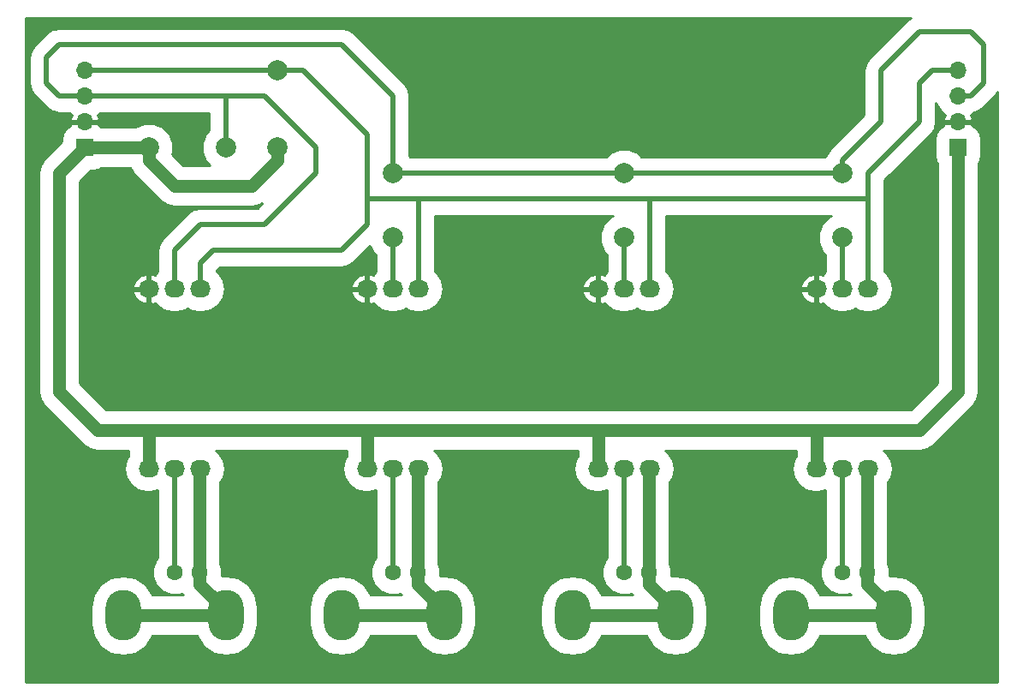
<source format=gbr>
G04 #@! TF.FileFunction,Copper,L2,Bot,Signal*
%FSLAX46Y46*%
G04 Gerber Fmt 4.6, Leading zero omitted, Abs format (unit mm)*
G04 Created by KiCad (PCBNEW 4.0.4-stable) date Tuesday, January 31, 2017 'AMt' 11:40:29 AM*
%MOMM*%
%LPD*%
G01*
G04 APERTURE LIST*
%ADD10C,0.100000*%
%ADD11O,3.500120X5.001260*%
%ADD12C,1.600200*%
%ADD13C,1.998980*%
%ADD14O,2.032000X1.727200*%
%ADD15C,2.000000*%
%ADD16R,1.700000X1.700000*%
%ADD17O,1.700000X1.700000*%
%ADD18C,1.270000*%
%ADD19C,0.508000*%
%ADD20C,0.254000*%
G04 APERTURE END LIST*
D10*
D11*
X132097780Y-150393400D03*
X121899680Y-150393400D03*
D12*
X127000000Y-146128740D03*
X129499360Y-146128740D03*
D11*
X109237780Y-150393400D03*
X99039680Y-150393400D03*
D12*
X104140000Y-146128740D03*
X106639360Y-146128740D03*
D11*
X87647780Y-150393400D03*
X77449680Y-150393400D03*
D12*
X82550000Y-146128740D03*
X85049360Y-146128740D03*
D11*
X153687780Y-150393400D03*
X143489680Y-150393400D03*
D12*
X148590000Y-146128740D03*
X151089360Y-146128740D03*
D13*
X87630000Y-104140000D03*
X80010000Y-104140000D03*
X92710000Y-96520000D03*
X92710000Y-104140000D03*
D14*
X124460000Y-118110000D03*
X129540000Y-118110000D03*
X127000000Y-118110000D03*
X127000000Y-135890000D03*
X124460000Y-135890000D03*
X129540000Y-135890000D03*
X101600000Y-118110000D03*
X106680000Y-118110000D03*
X104140000Y-118110000D03*
X104140000Y-135890000D03*
X101600000Y-135890000D03*
X106680000Y-135890000D03*
X80010000Y-118110000D03*
X85090000Y-118110000D03*
X82550000Y-118110000D03*
X82550000Y-135890000D03*
X80010000Y-135890000D03*
X85090000Y-135890000D03*
X146050000Y-118110000D03*
X151130000Y-118110000D03*
X148590000Y-118110000D03*
X148590000Y-135890000D03*
X146050000Y-135890000D03*
X151130000Y-135890000D03*
D15*
X127000000Y-113030000D03*
X127000000Y-106680000D03*
X104140000Y-113030000D03*
X104140000Y-106680000D03*
X148590000Y-113030000D03*
X148590000Y-106680000D03*
D16*
X73660000Y-104140000D03*
D17*
X73660000Y-101600000D03*
X73660000Y-99060000D03*
X73660000Y-96520000D03*
D16*
X160020000Y-104140000D03*
D17*
X160020000Y-101600000D03*
X160020000Y-99060000D03*
X160020000Y-96520000D03*
D18*
X129499360Y-146128740D02*
X129499360Y-135930640D01*
X129499360Y-135930640D02*
X129540000Y-135890000D01*
X132097780Y-150393400D02*
X132097780Y-149877780D01*
X132097780Y-149877780D02*
X129499360Y-147279360D01*
X129499360Y-147279360D02*
X129499360Y-146128740D01*
X121899680Y-150393400D02*
X132097780Y-150393400D01*
D19*
X127000000Y-146128740D02*
X127000000Y-135890000D01*
D18*
X106639360Y-146128740D02*
X106639360Y-135930640D01*
X106639360Y-135930640D02*
X106680000Y-135890000D01*
X109237780Y-150393400D02*
X109237780Y-149877780D01*
X109237780Y-149877780D02*
X106639360Y-147279360D01*
X106639360Y-147279360D02*
X106639360Y-146128740D01*
X99039680Y-150393400D02*
X109237780Y-150393400D01*
D19*
X104140000Y-146128740D02*
X104140000Y-135890000D01*
D18*
X85049360Y-146128740D02*
X85049360Y-135930640D01*
X85049360Y-135930640D02*
X85090000Y-135890000D01*
X87647780Y-150393400D02*
X87647780Y-149877780D01*
X87647780Y-149877780D02*
X85049360Y-147279360D01*
X85049360Y-147279360D02*
X85049360Y-146128740D01*
X77449680Y-150393400D02*
X87647780Y-150393400D01*
D19*
X82550000Y-146128740D02*
X82550000Y-135890000D01*
D18*
X151089360Y-146128740D02*
X151089360Y-135930640D01*
X151089360Y-135930640D02*
X151130000Y-135890000D01*
X153687780Y-150393400D02*
X153687780Y-149877780D01*
X153687780Y-149877780D02*
X151089360Y-147279360D01*
X151089360Y-147279360D02*
X151089360Y-146128740D01*
X143489680Y-150393400D02*
X153687780Y-150393400D01*
D19*
X148590000Y-146128740D02*
X148590000Y-135890000D01*
X101600000Y-102870000D02*
X101600000Y-109220000D01*
X99060000Y-100330000D02*
X101600000Y-102870000D01*
X95250000Y-96520000D02*
X99060000Y-100330000D01*
X92710000Y-96520000D02*
X95250000Y-96520000D01*
X85090000Y-118110000D02*
X85090000Y-115570000D01*
X85090000Y-115570000D02*
X86360000Y-114300000D01*
X86360000Y-114300000D02*
X99060000Y-114300000D01*
X99060000Y-114300000D02*
X101600000Y-111760000D01*
X101600000Y-111760000D02*
X101600000Y-109220000D01*
X73660000Y-96520000D02*
X92710000Y-96520000D01*
X102870000Y-109220000D02*
X101600000Y-109220000D01*
X106680000Y-109220000D02*
X105410000Y-109220000D01*
X102870000Y-109220000D02*
X105410000Y-109220000D01*
X151130000Y-109220000D02*
X151130000Y-106680000D01*
X157480000Y-96520000D02*
X160020000Y-96520000D01*
X156210000Y-97790000D02*
X157480000Y-96520000D01*
X156210000Y-101600000D02*
X156210000Y-97790000D01*
X151130000Y-106680000D02*
X156210000Y-101600000D01*
X151130000Y-118110000D02*
X151130000Y-109220000D01*
X151130000Y-109220000D02*
X129540000Y-109220000D01*
X106680000Y-109220000D02*
X129540000Y-109220000D01*
X129540000Y-109220000D02*
X129540000Y-118110000D01*
X106680000Y-109220000D02*
X106680000Y-110490000D01*
X106680000Y-118110000D02*
X106680000Y-110490000D01*
X127000000Y-118110000D02*
X127000000Y-113030000D01*
D18*
X80010000Y-104140000D02*
X80010000Y-105410000D01*
X92710000Y-105410000D02*
X92710000Y-104140000D01*
X90170000Y-107950000D02*
X92710000Y-105410000D01*
X82550000Y-107950000D02*
X90170000Y-107950000D01*
X80010000Y-105410000D02*
X82550000Y-107950000D01*
X73660000Y-104140000D02*
X80010000Y-104140000D01*
X146050000Y-132080000D02*
X156210000Y-132080000D01*
X160020000Y-128270000D02*
X160020000Y-104140000D01*
X156210000Y-132080000D02*
X160020000Y-128270000D01*
X80010000Y-132080000D02*
X74930000Y-132080000D01*
X71120000Y-106680000D02*
X73660000Y-104140000D01*
X71120000Y-128270000D02*
X71120000Y-106680000D01*
X74930000Y-132080000D02*
X71120000Y-128270000D01*
X101600000Y-135890000D02*
X101600000Y-132080000D01*
X124460000Y-135890000D02*
X124460000Y-132080000D01*
X80010000Y-135890000D02*
X80010000Y-132080000D01*
X146050000Y-132080000D02*
X146050000Y-135890000D01*
X80010000Y-132080000D02*
X101600000Y-132080000D01*
X101600000Y-132080000D02*
X124460000Y-132080000D01*
X124460000Y-132080000D02*
X146050000Y-132080000D01*
D19*
X104140000Y-118110000D02*
X104140000Y-113030000D01*
X148590000Y-118110000D02*
X148590000Y-113030000D01*
X104140000Y-106680000D02*
X104140000Y-99060000D01*
X104140000Y-99060000D02*
X99060000Y-93980000D01*
X87630000Y-99060000D02*
X87630000Y-104140000D01*
X83820000Y-99060000D02*
X87630000Y-99060000D01*
X87630000Y-99060000D02*
X91440000Y-99060000D01*
X82550000Y-114300000D02*
X82550000Y-118110000D01*
X85090000Y-111760000D02*
X82550000Y-114300000D01*
X91440000Y-111760000D02*
X85090000Y-111760000D01*
X96520000Y-106680000D02*
X91440000Y-111760000D01*
X96520000Y-104140000D02*
X96520000Y-106680000D01*
X91440000Y-99060000D02*
X96520000Y-104140000D01*
X73660000Y-99060000D02*
X83820000Y-99060000D01*
X148590000Y-106680000D02*
X148590000Y-105410000D01*
X161290000Y-99060000D02*
X160020000Y-99060000D01*
X162560000Y-97790000D02*
X161290000Y-99060000D01*
X162560000Y-93980000D02*
X162560000Y-97790000D01*
X161290000Y-92710000D02*
X162560000Y-93980000D01*
X156210000Y-92710000D02*
X161290000Y-92710000D01*
X152400000Y-96520000D02*
X156210000Y-92710000D01*
X152400000Y-101600000D02*
X152400000Y-96520000D01*
X148590000Y-105410000D02*
X152400000Y-101600000D01*
X127000000Y-106680000D02*
X148590000Y-106680000D01*
X104140000Y-106680000D02*
X127000000Y-106680000D01*
X71120000Y-99060000D02*
X73660000Y-99060000D01*
X69850000Y-97790000D02*
X71120000Y-99060000D01*
X69850000Y-95250000D02*
X69850000Y-97790000D01*
X71120000Y-93980000D02*
X69850000Y-95250000D01*
X99060000Y-93980000D02*
X71120000Y-93980000D01*
D20*
G36*
X155042567Y-91542566D02*
X151232567Y-95352567D01*
X150874675Y-95888189D01*
X150799787Y-96264675D01*
X150749000Y-96520000D01*
X150749000Y-100916133D01*
X147422567Y-104242567D01*
X147064675Y-104778189D01*
X147064675Y-104778190D01*
X147055353Y-104825055D01*
X146851052Y-105029000D01*
X128738795Y-105029000D01*
X128359564Y-104649107D01*
X127478885Y-104283417D01*
X126525299Y-104282585D01*
X125643982Y-104646737D01*
X125261052Y-105029000D01*
X105878795Y-105029000D01*
X105791000Y-104941052D01*
X105791000Y-99060000D01*
X105665325Y-98428190D01*
X105307433Y-97892567D01*
X100227433Y-92812567D01*
X99691811Y-92454675D01*
X99060000Y-92329000D01*
X71120000Y-92329000D01*
X70593013Y-92433824D01*
X70488189Y-92454675D01*
X69952567Y-92812567D01*
X68682567Y-94082567D01*
X68324675Y-94618189D01*
X68262427Y-94931131D01*
X68199000Y-95250000D01*
X68199000Y-97790000D01*
X68324675Y-98421811D01*
X68682567Y-98957433D01*
X69952567Y-100227433D01*
X70488189Y-100585325D01*
X70593013Y-100606176D01*
X71120000Y-100711000D01*
X72120096Y-100711000D01*
X72369809Y-100877853D01*
X72218524Y-101243110D01*
X72339845Y-101473000D01*
X73533000Y-101473000D01*
X73533000Y-101453000D01*
X73787000Y-101453000D01*
X73787000Y-101473000D01*
X74980155Y-101473000D01*
X75101476Y-101243110D01*
X74950191Y-100877853D01*
X75199904Y-100711000D01*
X85979000Y-100711000D01*
X85979000Y-102401926D01*
X85599539Y-102780725D01*
X85233927Y-103661217D01*
X85233095Y-104614600D01*
X85597170Y-105495729D01*
X86018704Y-105918000D01*
X83391682Y-105918000D01*
X82314059Y-104840377D01*
X82406073Y-104618783D01*
X82406905Y-103665400D01*
X82042830Y-102784271D01*
X81369275Y-102109539D01*
X80488783Y-101743927D01*
X79535400Y-101743095D01*
X78654271Y-102107170D01*
X78653440Y-102108000D01*
X75254637Y-102108000D01*
X75086478Y-101993102D01*
X75101476Y-101956890D01*
X74980155Y-101727000D01*
X73787000Y-101727000D01*
X73787000Y-101747000D01*
X73533000Y-101747000D01*
X73533000Y-101727000D01*
X72339845Y-101727000D01*
X72218524Y-101956890D01*
X72236062Y-101999233D01*
X71816830Y-102269002D01*
X71497852Y-102735841D01*
X71385632Y-103290000D01*
X71385632Y-103540686D01*
X69683159Y-105243159D01*
X69242677Y-105902387D01*
X69088000Y-106680000D01*
X69088000Y-128270000D01*
X69242677Y-129047613D01*
X69683159Y-129706841D01*
X73493159Y-133516841D01*
X74152387Y-133957323D01*
X74930000Y-134112000D01*
X77978000Y-134112000D01*
X77978000Y-134641482D01*
X77721805Y-135024906D01*
X77549727Y-135890000D01*
X77721805Y-136755094D01*
X78211841Y-137488486D01*
X78945233Y-137978522D01*
X79810327Y-138150600D01*
X80209673Y-138150600D01*
X80899000Y-138013484D01*
X80899000Y-144672400D01*
X80688475Y-144882558D01*
X80353282Y-145689792D01*
X80352519Y-146563853D01*
X80686303Y-147371671D01*
X81303818Y-147990265D01*
X82111052Y-148325458D01*
X82985113Y-148326221D01*
X83272578Y-148207443D01*
X83375449Y-148361400D01*
X80356688Y-148361400D01*
X79674987Y-147341164D01*
X78654008Y-146658967D01*
X77449680Y-146419411D01*
X76245352Y-146658967D01*
X75224373Y-147341164D01*
X74542176Y-148362143D01*
X74302620Y-149566471D01*
X74302620Y-151220329D01*
X74542176Y-152424657D01*
X75224373Y-153445636D01*
X76245352Y-154127833D01*
X77449680Y-154367389D01*
X78654008Y-154127833D01*
X79674987Y-153445636D01*
X80356688Y-152425400D01*
X84740772Y-152425400D01*
X85422473Y-153445636D01*
X86443452Y-154127833D01*
X87647780Y-154367389D01*
X88852108Y-154127833D01*
X89873087Y-153445636D01*
X90555284Y-152424657D01*
X90794840Y-151220329D01*
X90794840Y-149566471D01*
X90555284Y-148362143D01*
X89873087Y-147341164D01*
X88852108Y-146658967D01*
X87647780Y-146419411D01*
X87246138Y-146499303D01*
X87246841Y-145693627D01*
X87081360Y-145293133D01*
X87081360Y-137199340D01*
X87378195Y-136755094D01*
X87550273Y-135890000D01*
X87378195Y-135024906D01*
X86888159Y-134291514D01*
X86619497Y-134112000D01*
X99568000Y-134112000D01*
X99568000Y-134641482D01*
X99311805Y-135024906D01*
X99139727Y-135890000D01*
X99311805Y-136755094D01*
X99801841Y-137488486D01*
X100535233Y-137978522D01*
X101400327Y-138150600D01*
X101799673Y-138150600D01*
X102489000Y-138013484D01*
X102489000Y-144672400D01*
X102278475Y-144882558D01*
X101943282Y-145689792D01*
X101942519Y-146563853D01*
X102276303Y-147371671D01*
X102893818Y-147990265D01*
X103701052Y-148325458D01*
X104575113Y-148326221D01*
X104862578Y-148207443D01*
X104965449Y-148361400D01*
X101946688Y-148361400D01*
X101264987Y-147341164D01*
X100244008Y-146658967D01*
X99039680Y-146419411D01*
X97835352Y-146658967D01*
X96814373Y-147341164D01*
X96132176Y-148362143D01*
X95892620Y-149566471D01*
X95892620Y-151220329D01*
X96132176Y-152424657D01*
X96814373Y-153445636D01*
X97835352Y-154127833D01*
X99039680Y-154367389D01*
X100244008Y-154127833D01*
X101264987Y-153445636D01*
X101946688Y-152425400D01*
X106330772Y-152425400D01*
X107012473Y-153445636D01*
X108033452Y-154127833D01*
X109237780Y-154367389D01*
X110442108Y-154127833D01*
X111463087Y-153445636D01*
X112145284Y-152424657D01*
X112384840Y-151220329D01*
X112384840Y-149566471D01*
X112145284Y-148362143D01*
X111463087Y-147341164D01*
X110442108Y-146658967D01*
X109237780Y-146419411D01*
X108836138Y-146499303D01*
X108836841Y-145693627D01*
X108671360Y-145293133D01*
X108671360Y-137199340D01*
X108968195Y-136755094D01*
X109140273Y-135890000D01*
X108968195Y-135024906D01*
X108478159Y-134291514D01*
X108209497Y-134112000D01*
X122428000Y-134112000D01*
X122428000Y-134641482D01*
X122171805Y-135024906D01*
X121999727Y-135890000D01*
X122171805Y-136755094D01*
X122661841Y-137488486D01*
X123395233Y-137978522D01*
X124260327Y-138150600D01*
X124659673Y-138150600D01*
X125349000Y-138013484D01*
X125349000Y-144672400D01*
X125138475Y-144882558D01*
X124803282Y-145689792D01*
X124802519Y-146563853D01*
X125136303Y-147371671D01*
X125753818Y-147990265D01*
X126561052Y-148325458D01*
X127435113Y-148326221D01*
X127722578Y-148207443D01*
X127825449Y-148361400D01*
X124806688Y-148361400D01*
X124124987Y-147341164D01*
X123104008Y-146658967D01*
X121899680Y-146419411D01*
X120695352Y-146658967D01*
X119674373Y-147341164D01*
X118992176Y-148362143D01*
X118752620Y-149566471D01*
X118752620Y-151220329D01*
X118992176Y-152424657D01*
X119674373Y-153445636D01*
X120695352Y-154127833D01*
X121899680Y-154367389D01*
X123104008Y-154127833D01*
X124124987Y-153445636D01*
X124806688Y-152425400D01*
X129190772Y-152425400D01*
X129872473Y-153445636D01*
X130893452Y-154127833D01*
X132097780Y-154367389D01*
X133302108Y-154127833D01*
X134323087Y-153445636D01*
X135005284Y-152424657D01*
X135244840Y-151220329D01*
X135244840Y-149566471D01*
X135005284Y-148362143D01*
X134323087Y-147341164D01*
X133302108Y-146658967D01*
X132097780Y-146419411D01*
X131696138Y-146499303D01*
X131696841Y-145693627D01*
X131531360Y-145293133D01*
X131531360Y-137199340D01*
X131828195Y-136755094D01*
X132000273Y-135890000D01*
X131828195Y-135024906D01*
X131338159Y-134291514D01*
X131069497Y-134112000D01*
X144018000Y-134112000D01*
X144018000Y-134641482D01*
X143761805Y-135024906D01*
X143589727Y-135890000D01*
X143761805Y-136755094D01*
X144251841Y-137488486D01*
X144985233Y-137978522D01*
X145850327Y-138150600D01*
X146249673Y-138150600D01*
X146939000Y-138013484D01*
X146939000Y-144672400D01*
X146728475Y-144882558D01*
X146393282Y-145689792D01*
X146392519Y-146563853D01*
X146726303Y-147371671D01*
X147343818Y-147990265D01*
X148151052Y-148325458D01*
X149025113Y-148326221D01*
X149312578Y-148207443D01*
X149415449Y-148361400D01*
X146396688Y-148361400D01*
X145714987Y-147341164D01*
X144694008Y-146658967D01*
X143489680Y-146419411D01*
X142285352Y-146658967D01*
X141264373Y-147341164D01*
X140582176Y-148362143D01*
X140342620Y-149566471D01*
X140342620Y-151220329D01*
X140582176Y-152424657D01*
X141264373Y-153445636D01*
X142285352Y-154127833D01*
X143489680Y-154367389D01*
X144694008Y-154127833D01*
X145714987Y-153445636D01*
X146396688Y-152425400D01*
X150780772Y-152425400D01*
X151462473Y-153445636D01*
X152483452Y-154127833D01*
X153687780Y-154367389D01*
X154892108Y-154127833D01*
X155913087Y-153445636D01*
X156595284Y-152424657D01*
X156834840Y-151220329D01*
X156834840Y-149566471D01*
X156595284Y-148362143D01*
X155913087Y-147341164D01*
X154892108Y-146658967D01*
X153687780Y-146419411D01*
X153286138Y-146499303D01*
X153286841Y-145693627D01*
X153121360Y-145293133D01*
X153121360Y-137199340D01*
X153418195Y-136755094D01*
X153590273Y-135890000D01*
X153418195Y-135024906D01*
X152928159Y-134291514D01*
X152659497Y-134112000D01*
X156210000Y-134112000D01*
X156987613Y-133957323D01*
X157646841Y-133516841D01*
X161456841Y-129706841D01*
X161897323Y-129047613D01*
X162052000Y-128270000D01*
X162052000Y-105734637D01*
X162182148Y-105544159D01*
X162294368Y-104990000D01*
X162294368Y-103290000D01*
X162196957Y-102772303D01*
X161890998Y-102296830D01*
X161446478Y-101993102D01*
X161461476Y-101956890D01*
X161340155Y-101727000D01*
X160147000Y-101727000D01*
X160147000Y-101747000D01*
X159893000Y-101747000D01*
X159893000Y-101727000D01*
X158699845Y-101727000D01*
X158578524Y-101956890D01*
X158596062Y-101999233D01*
X158176830Y-102269002D01*
X157857852Y-102735841D01*
X157745632Y-103290000D01*
X157745632Y-104990000D01*
X157843043Y-105507697D01*
X157988000Y-105732966D01*
X157988000Y-127428318D01*
X155368318Y-130048000D01*
X75771682Y-130048000D01*
X73152000Y-127428318D01*
X73152000Y-118469026D01*
X78402642Y-118469026D01*
X78405291Y-118484791D01*
X78659268Y-119012036D01*
X79095680Y-119401954D01*
X79648087Y-119595184D01*
X79883000Y-119450924D01*
X79883000Y-118237000D01*
X78523783Y-118237000D01*
X78402642Y-118469026D01*
X73152000Y-118469026D01*
X73152000Y-117750974D01*
X78402642Y-117750974D01*
X78523783Y-117983000D01*
X79883000Y-117983000D01*
X79883000Y-116769076D01*
X79648087Y-116624816D01*
X79095680Y-116818046D01*
X78659268Y-117207964D01*
X78405291Y-117735209D01*
X78402642Y-117750974D01*
X73152000Y-117750974D01*
X73152000Y-107521682D01*
X74259314Y-106414368D01*
X74510000Y-106414368D01*
X75027697Y-106316957D01*
X75252966Y-106172000D01*
X78129571Y-106172000D01*
X78132677Y-106187613D01*
X78573159Y-106846841D01*
X81113159Y-109386841D01*
X81772387Y-109827323D01*
X82550000Y-109982000D01*
X90170000Y-109982000D01*
X90947613Y-109827323D01*
X91219440Y-109645694D01*
X90756134Y-110109000D01*
X85090000Y-110109000D01*
X84458190Y-110234675D01*
X84458188Y-110234676D01*
X84458189Y-110234676D01*
X83922566Y-110592567D01*
X81382567Y-113132567D01*
X81024675Y-113668189D01*
X81024675Y-113668190D01*
X80899000Y-114300000D01*
X80899000Y-116413186D01*
X80751841Y-116511514D01*
X80618501Y-116711072D01*
X80371913Y-116624816D01*
X80137000Y-116769076D01*
X80137000Y-117872343D01*
X80089727Y-118110000D01*
X80137000Y-118347657D01*
X80137000Y-119450924D01*
X80371913Y-119595184D01*
X80618501Y-119508928D01*
X80751841Y-119708486D01*
X81485233Y-120198522D01*
X82350327Y-120370600D01*
X82749673Y-120370600D01*
X83614767Y-120198522D01*
X83820000Y-120061390D01*
X84025233Y-120198522D01*
X84890327Y-120370600D01*
X85289673Y-120370600D01*
X86154767Y-120198522D01*
X86888159Y-119708486D01*
X87378195Y-118975094D01*
X87478858Y-118469026D01*
X99992642Y-118469026D01*
X99995291Y-118484791D01*
X100249268Y-119012036D01*
X100685680Y-119401954D01*
X101238087Y-119595184D01*
X101473000Y-119450924D01*
X101473000Y-118237000D01*
X100113783Y-118237000D01*
X99992642Y-118469026D01*
X87478858Y-118469026D01*
X87550273Y-118110000D01*
X87478859Y-117750974D01*
X99992642Y-117750974D01*
X100113783Y-117983000D01*
X101473000Y-117983000D01*
X101473000Y-116769076D01*
X101238087Y-116624816D01*
X100685680Y-116818046D01*
X100249268Y-117207964D01*
X99995291Y-117735209D01*
X99992642Y-117750974D01*
X87478859Y-117750974D01*
X87378195Y-117244906D01*
X86888159Y-116511514D01*
X86741000Y-116413186D01*
X86741000Y-116253866D01*
X87043866Y-115951000D01*
X99060000Y-115951000D01*
X99691811Y-115825325D01*
X100227433Y-115467433D01*
X101873449Y-113821417D01*
X102106737Y-114386018D01*
X102489000Y-114768948D01*
X102489000Y-116413186D01*
X102341841Y-116511514D01*
X102208501Y-116711072D01*
X101961913Y-116624816D01*
X101727000Y-116769076D01*
X101727000Y-117872343D01*
X101679727Y-118110000D01*
X101727000Y-118347657D01*
X101727000Y-119450924D01*
X101961913Y-119595184D01*
X102208501Y-119508928D01*
X102341841Y-119708486D01*
X103075233Y-120198522D01*
X103940327Y-120370600D01*
X104339673Y-120370600D01*
X105204767Y-120198522D01*
X105410000Y-120061390D01*
X105615233Y-120198522D01*
X106480327Y-120370600D01*
X106879673Y-120370600D01*
X107744767Y-120198522D01*
X108478159Y-119708486D01*
X108968195Y-118975094D01*
X109068858Y-118469026D01*
X122852642Y-118469026D01*
X122855291Y-118484791D01*
X123109268Y-119012036D01*
X123545680Y-119401954D01*
X124098087Y-119595184D01*
X124333000Y-119450924D01*
X124333000Y-118237000D01*
X122973783Y-118237000D01*
X122852642Y-118469026D01*
X109068858Y-118469026D01*
X109140273Y-118110000D01*
X109068859Y-117750974D01*
X122852642Y-117750974D01*
X122973783Y-117983000D01*
X124333000Y-117983000D01*
X124333000Y-116769076D01*
X124098087Y-116624816D01*
X123545680Y-116818046D01*
X123109268Y-117207964D01*
X122855291Y-117735209D01*
X122852642Y-117750974D01*
X109068859Y-117750974D01*
X108968195Y-117244906D01*
X108478159Y-116511514D01*
X108331000Y-116413186D01*
X108331000Y-110871000D01*
X125948289Y-110871000D01*
X125643982Y-110996737D01*
X124969107Y-111670436D01*
X124603417Y-112551115D01*
X124602585Y-113504701D01*
X124966737Y-114386018D01*
X125349000Y-114768948D01*
X125349000Y-116413186D01*
X125201841Y-116511514D01*
X125068501Y-116711072D01*
X124821913Y-116624816D01*
X124587000Y-116769076D01*
X124587000Y-117872343D01*
X124539727Y-118110000D01*
X124587000Y-118347657D01*
X124587000Y-119450924D01*
X124821913Y-119595184D01*
X125068501Y-119508928D01*
X125201841Y-119708486D01*
X125935233Y-120198522D01*
X126800327Y-120370600D01*
X127199673Y-120370600D01*
X128064767Y-120198522D01*
X128270000Y-120061390D01*
X128475233Y-120198522D01*
X129340327Y-120370600D01*
X129739673Y-120370600D01*
X130604767Y-120198522D01*
X131338159Y-119708486D01*
X131828195Y-118975094D01*
X131928858Y-118469026D01*
X144442642Y-118469026D01*
X144445291Y-118484791D01*
X144699268Y-119012036D01*
X145135680Y-119401954D01*
X145688087Y-119595184D01*
X145923000Y-119450924D01*
X145923000Y-118237000D01*
X144563783Y-118237000D01*
X144442642Y-118469026D01*
X131928858Y-118469026D01*
X132000273Y-118110000D01*
X131928859Y-117750974D01*
X144442642Y-117750974D01*
X144563783Y-117983000D01*
X145923000Y-117983000D01*
X145923000Y-116769076D01*
X145688087Y-116624816D01*
X145135680Y-116818046D01*
X144699268Y-117207964D01*
X144445291Y-117735209D01*
X144442642Y-117750974D01*
X131928859Y-117750974D01*
X131828195Y-117244906D01*
X131338159Y-116511514D01*
X131191000Y-116413186D01*
X131191000Y-110871000D01*
X147538289Y-110871000D01*
X147233982Y-110996737D01*
X146559107Y-111670436D01*
X146193417Y-112551115D01*
X146192585Y-113504701D01*
X146556737Y-114386018D01*
X146939000Y-114768948D01*
X146939000Y-116413186D01*
X146791841Y-116511514D01*
X146658501Y-116711072D01*
X146411913Y-116624816D01*
X146177000Y-116769076D01*
X146177000Y-117872343D01*
X146129727Y-118110000D01*
X146177000Y-118347657D01*
X146177000Y-119450924D01*
X146411913Y-119595184D01*
X146658501Y-119508928D01*
X146791841Y-119708486D01*
X147525233Y-120198522D01*
X148390327Y-120370600D01*
X148789673Y-120370600D01*
X149654767Y-120198522D01*
X149860000Y-120061390D01*
X150065233Y-120198522D01*
X150930327Y-120370600D01*
X151329673Y-120370600D01*
X152194767Y-120198522D01*
X152928159Y-119708486D01*
X153418195Y-118975094D01*
X153590273Y-118110000D01*
X153418195Y-117244906D01*
X152928159Y-116511514D01*
X152781000Y-116413186D01*
X152781000Y-107363866D01*
X157377433Y-102767433D01*
X157735325Y-102231810D01*
X157861000Y-101600000D01*
X157861000Y-99723713D01*
X157900022Y-99919890D01*
X158387110Y-100648869D01*
X158729809Y-100877853D01*
X158578524Y-101243110D01*
X158699845Y-101473000D01*
X159893000Y-101473000D01*
X159893000Y-101453000D01*
X160147000Y-101453000D01*
X160147000Y-101473000D01*
X161340155Y-101473000D01*
X161461476Y-101243110D01*
X161310191Y-100877853D01*
X161652890Y-100648869D01*
X161660636Y-100637276D01*
X161921811Y-100585325D01*
X162457433Y-100227433D01*
X163727433Y-98957433D01*
X163945500Y-98631073D01*
X163945500Y-156960500D01*
X67829500Y-156960500D01*
X67829500Y-91324500D01*
X155368927Y-91324500D01*
X155042567Y-91542566D01*
X155042567Y-91542566D01*
G37*
X155042567Y-91542566D02*
X151232567Y-95352567D01*
X150874675Y-95888189D01*
X150799787Y-96264675D01*
X150749000Y-96520000D01*
X150749000Y-100916133D01*
X147422567Y-104242567D01*
X147064675Y-104778189D01*
X147064675Y-104778190D01*
X147055353Y-104825055D01*
X146851052Y-105029000D01*
X128738795Y-105029000D01*
X128359564Y-104649107D01*
X127478885Y-104283417D01*
X126525299Y-104282585D01*
X125643982Y-104646737D01*
X125261052Y-105029000D01*
X105878795Y-105029000D01*
X105791000Y-104941052D01*
X105791000Y-99060000D01*
X105665325Y-98428190D01*
X105307433Y-97892567D01*
X100227433Y-92812567D01*
X99691811Y-92454675D01*
X99060000Y-92329000D01*
X71120000Y-92329000D01*
X70593013Y-92433824D01*
X70488189Y-92454675D01*
X69952567Y-92812567D01*
X68682567Y-94082567D01*
X68324675Y-94618189D01*
X68262427Y-94931131D01*
X68199000Y-95250000D01*
X68199000Y-97790000D01*
X68324675Y-98421811D01*
X68682567Y-98957433D01*
X69952567Y-100227433D01*
X70488189Y-100585325D01*
X70593013Y-100606176D01*
X71120000Y-100711000D01*
X72120096Y-100711000D01*
X72369809Y-100877853D01*
X72218524Y-101243110D01*
X72339845Y-101473000D01*
X73533000Y-101473000D01*
X73533000Y-101453000D01*
X73787000Y-101453000D01*
X73787000Y-101473000D01*
X74980155Y-101473000D01*
X75101476Y-101243110D01*
X74950191Y-100877853D01*
X75199904Y-100711000D01*
X85979000Y-100711000D01*
X85979000Y-102401926D01*
X85599539Y-102780725D01*
X85233927Y-103661217D01*
X85233095Y-104614600D01*
X85597170Y-105495729D01*
X86018704Y-105918000D01*
X83391682Y-105918000D01*
X82314059Y-104840377D01*
X82406073Y-104618783D01*
X82406905Y-103665400D01*
X82042830Y-102784271D01*
X81369275Y-102109539D01*
X80488783Y-101743927D01*
X79535400Y-101743095D01*
X78654271Y-102107170D01*
X78653440Y-102108000D01*
X75254637Y-102108000D01*
X75086478Y-101993102D01*
X75101476Y-101956890D01*
X74980155Y-101727000D01*
X73787000Y-101727000D01*
X73787000Y-101747000D01*
X73533000Y-101747000D01*
X73533000Y-101727000D01*
X72339845Y-101727000D01*
X72218524Y-101956890D01*
X72236062Y-101999233D01*
X71816830Y-102269002D01*
X71497852Y-102735841D01*
X71385632Y-103290000D01*
X71385632Y-103540686D01*
X69683159Y-105243159D01*
X69242677Y-105902387D01*
X69088000Y-106680000D01*
X69088000Y-128270000D01*
X69242677Y-129047613D01*
X69683159Y-129706841D01*
X73493159Y-133516841D01*
X74152387Y-133957323D01*
X74930000Y-134112000D01*
X77978000Y-134112000D01*
X77978000Y-134641482D01*
X77721805Y-135024906D01*
X77549727Y-135890000D01*
X77721805Y-136755094D01*
X78211841Y-137488486D01*
X78945233Y-137978522D01*
X79810327Y-138150600D01*
X80209673Y-138150600D01*
X80899000Y-138013484D01*
X80899000Y-144672400D01*
X80688475Y-144882558D01*
X80353282Y-145689792D01*
X80352519Y-146563853D01*
X80686303Y-147371671D01*
X81303818Y-147990265D01*
X82111052Y-148325458D01*
X82985113Y-148326221D01*
X83272578Y-148207443D01*
X83375449Y-148361400D01*
X80356688Y-148361400D01*
X79674987Y-147341164D01*
X78654008Y-146658967D01*
X77449680Y-146419411D01*
X76245352Y-146658967D01*
X75224373Y-147341164D01*
X74542176Y-148362143D01*
X74302620Y-149566471D01*
X74302620Y-151220329D01*
X74542176Y-152424657D01*
X75224373Y-153445636D01*
X76245352Y-154127833D01*
X77449680Y-154367389D01*
X78654008Y-154127833D01*
X79674987Y-153445636D01*
X80356688Y-152425400D01*
X84740772Y-152425400D01*
X85422473Y-153445636D01*
X86443452Y-154127833D01*
X87647780Y-154367389D01*
X88852108Y-154127833D01*
X89873087Y-153445636D01*
X90555284Y-152424657D01*
X90794840Y-151220329D01*
X90794840Y-149566471D01*
X90555284Y-148362143D01*
X89873087Y-147341164D01*
X88852108Y-146658967D01*
X87647780Y-146419411D01*
X87246138Y-146499303D01*
X87246841Y-145693627D01*
X87081360Y-145293133D01*
X87081360Y-137199340D01*
X87378195Y-136755094D01*
X87550273Y-135890000D01*
X87378195Y-135024906D01*
X86888159Y-134291514D01*
X86619497Y-134112000D01*
X99568000Y-134112000D01*
X99568000Y-134641482D01*
X99311805Y-135024906D01*
X99139727Y-135890000D01*
X99311805Y-136755094D01*
X99801841Y-137488486D01*
X100535233Y-137978522D01*
X101400327Y-138150600D01*
X101799673Y-138150600D01*
X102489000Y-138013484D01*
X102489000Y-144672400D01*
X102278475Y-144882558D01*
X101943282Y-145689792D01*
X101942519Y-146563853D01*
X102276303Y-147371671D01*
X102893818Y-147990265D01*
X103701052Y-148325458D01*
X104575113Y-148326221D01*
X104862578Y-148207443D01*
X104965449Y-148361400D01*
X101946688Y-148361400D01*
X101264987Y-147341164D01*
X100244008Y-146658967D01*
X99039680Y-146419411D01*
X97835352Y-146658967D01*
X96814373Y-147341164D01*
X96132176Y-148362143D01*
X95892620Y-149566471D01*
X95892620Y-151220329D01*
X96132176Y-152424657D01*
X96814373Y-153445636D01*
X97835352Y-154127833D01*
X99039680Y-154367389D01*
X100244008Y-154127833D01*
X101264987Y-153445636D01*
X101946688Y-152425400D01*
X106330772Y-152425400D01*
X107012473Y-153445636D01*
X108033452Y-154127833D01*
X109237780Y-154367389D01*
X110442108Y-154127833D01*
X111463087Y-153445636D01*
X112145284Y-152424657D01*
X112384840Y-151220329D01*
X112384840Y-149566471D01*
X112145284Y-148362143D01*
X111463087Y-147341164D01*
X110442108Y-146658967D01*
X109237780Y-146419411D01*
X108836138Y-146499303D01*
X108836841Y-145693627D01*
X108671360Y-145293133D01*
X108671360Y-137199340D01*
X108968195Y-136755094D01*
X109140273Y-135890000D01*
X108968195Y-135024906D01*
X108478159Y-134291514D01*
X108209497Y-134112000D01*
X122428000Y-134112000D01*
X122428000Y-134641482D01*
X122171805Y-135024906D01*
X121999727Y-135890000D01*
X122171805Y-136755094D01*
X122661841Y-137488486D01*
X123395233Y-137978522D01*
X124260327Y-138150600D01*
X124659673Y-138150600D01*
X125349000Y-138013484D01*
X125349000Y-144672400D01*
X125138475Y-144882558D01*
X124803282Y-145689792D01*
X124802519Y-146563853D01*
X125136303Y-147371671D01*
X125753818Y-147990265D01*
X126561052Y-148325458D01*
X127435113Y-148326221D01*
X127722578Y-148207443D01*
X127825449Y-148361400D01*
X124806688Y-148361400D01*
X124124987Y-147341164D01*
X123104008Y-146658967D01*
X121899680Y-146419411D01*
X120695352Y-146658967D01*
X119674373Y-147341164D01*
X118992176Y-148362143D01*
X118752620Y-149566471D01*
X118752620Y-151220329D01*
X118992176Y-152424657D01*
X119674373Y-153445636D01*
X120695352Y-154127833D01*
X121899680Y-154367389D01*
X123104008Y-154127833D01*
X124124987Y-153445636D01*
X124806688Y-152425400D01*
X129190772Y-152425400D01*
X129872473Y-153445636D01*
X130893452Y-154127833D01*
X132097780Y-154367389D01*
X133302108Y-154127833D01*
X134323087Y-153445636D01*
X135005284Y-152424657D01*
X135244840Y-151220329D01*
X135244840Y-149566471D01*
X135005284Y-148362143D01*
X134323087Y-147341164D01*
X133302108Y-146658967D01*
X132097780Y-146419411D01*
X131696138Y-146499303D01*
X131696841Y-145693627D01*
X131531360Y-145293133D01*
X131531360Y-137199340D01*
X131828195Y-136755094D01*
X132000273Y-135890000D01*
X131828195Y-135024906D01*
X131338159Y-134291514D01*
X131069497Y-134112000D01*
X144018000Y-134112000D01*
X144018000Y-134641482D01*
X143761805Y-135024906D01*
X143589727Y-135890000D01*
X143761805Y-136755094D01*
X144251841Y-137488486D01*
X144985233Y-137978522D01*
X145850327Y-138150600D01*
X146249673Y-138150600D01*
X146939000Y-138013484D01*
X146939000Y-144672400D01*
X146728475Y-144882558D01*
X146393282Y-145689792D01*
X146392519Y-146563853D01*
X146726303Y-147371671D01*
X147343818Y-147990265D01*
X148151052Y-148325458D01*
X149025113Y-148326221D01*
X149312578Y-148207443D01*
X149415449Y-148361400D01*
X146396688Y-148361400D01*
X145714987Y-147341164D01*
X144694008Y-146658967D01*
X143489680Y-146419411D01*
X142285352Y-146658967D01*
X141264373Y-147341164D01*
X140582176Y-148362143D01*
X140342620Y-149566471D01*
X140342620Y-151220329D01*
X140582176Y-152424657D01*
X141264373Y-153445636D01*
X142285352Y-154127833D01*
X143489680Y-154367389D01*
X144694008Y-154127833D01*
X145714987Y-153445636D01*
X146396688Y-152425400D01*
X150780772Y-152425400D01*
X151462473Y-153445636D01*
X152483452Y-154127833D01*
X153687780Y-154367389D01*
X154892108Y-154127833D01*
X155913087Y-153445636D01*
X156595284Y-152424657D01*
X156834840Y-151220329D01*
X156834840Y-149566471D01*
X156595284Y-148362143D01*
X155913087Y-147341164D01*
X154892108Y-146658967D01*
X153687780Y-146419411D01*
X153286138Y-146499303D01*
X153286841Y-145693627D01*
X153121360Y-145293133D01*
X153121360Y-137199340D01*
X153418195Y-136755094D01*
X153590273Y-135890000D01*
X153418195Y-135024906D01*
X152928159Y-134291514D01*
X152659497Y-134112000D01*
X156210000Y-134112000D01*
X156987613Y-133957323D01*
X157646841Y-133516841D01*
X161456841Y-129706841D01*
X161897323Y-129047613D01*
X162052000Y-128270000D01*
X162052000Y-105734637D01*
X162182148Y-105544159D01*
X162294368Y-104990000D01*
X162294368Y-103290000D01*
X162196957Y-102772303D01*
X161890998Y-102296830D01*
X161446478Y-101993102D01*
X161461476Y-101956890D01*
X161340155Y-101727000D01*
X160147000Y-101727000D01*
X160147000Y-101747000D01*
X159893000Y-101747000D01*
X159893000Y-101727000D01*
X158699845Y-101727000D01*
X158578524Y-101956890D01*
X158596062Y-101999233D01*
X158176830Y-102269002D01*
X157857852Y-102735841D01*
X157745632Y-103290000D01*
X157745632Y-104990000D01*
X157843043Y-105507697D01*
X157988000Y-105732966D01*
X157988000Y-127428318D01*
X155368318Y-130048000D01*
X75771682Y-130048000D01*
X73152000Y-127428318D01*
X73152000Y-118469026D01*
X78402642Y-118469026D01*
X78405291Y-118484791D01*
X78659268Y-119012036D01*
X79095680Y-119401954D01*
X79648087Y-119595184D01*
X79883000Y-119450924D01*
X79883000Y-118237000D01*
X78523783Y-118237000D01*
X78402642Y-118469026D01*
X73152000Y-118469026D01*
X73152000Y-117750974D01*
X78402642Y-117750974D01*
X78523783Y-117983000D01*
X79883000Y-117983000D01*
X79883000Y-116769076D01*
X79648087Y-116624816D01*
X79095680Y-116818046D01*
X78659268Y-117207964D01*
X78405291Y-117735209D01*
X78402642Y-117750974D01*
X73152000Y-117750974D01*
X73152000Y-107521682D01*
X74259314Y-106414368D01*
X74510000Y-106414368D01*
X75027697Y-106316957D01*
X75252966Y-106172000D01*
X78129571Y-106172000D01*
X78132677Y-106187613D01*
X78573159Y-106846841D01*
X81113159Y-109386841D01*
X81772387Y-109827323D01*
X82550000Y-109982000D01*
X90170000Y-109982000D01*
X90947613Y-109827323D01*
X91219440Y-109645694D01*
X90756134Y-110109000D01*
X85090000Y-110109000D01*
X84458190Y-110234675D01*
X84458188Y-110234676D01*
X84458189Y-110234676D01*
X83922566Y-110592567D01*
X81382567Y-113132567D01*
X81024675Y-113668189D01*
X81024675Y-113668190D01*
X80899000Y-114300000D01*
X80899000Y-116413186D01*
X80751841Y-116511514D01*
X80618501Y-116711072D01*
X80371913Y-116624816D01*
X80137000Y-116769076D01*
X80137000Y-117872343D01*
X80089727Y-118110000D01*
X80137000Y-118347657D01*
X80137000Y-119450924D01*
X80371913Y-119595184D01*
X80618501Y-119508928D01*
X80751841Y-119708486D01*
X81485233Y-120198522D01*
X82350327Y-120370600D01*
X82749673Y-120370600D01*
X83614767Y-120198522D01*
X83820000Y-120061390D01*
X84025233Y-120198522D01*
X84890327Y-120370600D01*
X85289673Y-120370600D01*
X86154767Y-120198522D01*
X86888159Y-119708486D01*
X87378195Y-118975094D01*
X87478858Y-118469026D01*
X99992642Y-118469026D01*
X99995291Y-118484791D01*
X100249268Y-119012036D01*
X100685680Y-119401954D01*
X101238087Y-119595184D01*
X101473000Y-119450924D01*
X101473000Y-118237000D01*
X100113783Y-118237000D01*
X99992642Y-118469026D01*
X87478858Y-118469026D01*
X87550273Y-118110000D01*
X87478859Y-117750974D01*
X99992642Y-117750974D01*
X100113783Y-117983000D01*
X101473000Y-117983000D01*
X101473000Y-116769076D01*
X101238087Y-116624816D01*
X100685680Y-116818046D01*
X100249268Y-117207964D01*
X99995291Y-117735209D01*
X99992642Y-117750974D01*
X87478859Y-117750974D01*
X87378195Y-117244906D01*
X86888159Y-116511514D01*
X86741000Y-116413186D01*
X86741000Y-116253866D01*
X87043866Y-115951000D01*
X99060000Y-115951000D01*
X99691811Y-115825325D01*
X100227433Y-115467433D01*
X101873449Y-113821417D01*
X102106737Y-114386018D01*
X102489000Y-114768948D01*
X102489000Y-116413186D01*
X102341841Y-116511514D01*
X102208501Y-116711072D01*
X101961913Y-116624816D01*
X101727000Y-116769076D01*
X101727000Y-117872343D01*
X101679727Y-118110000D01*
X101727000Y-118347657D01*
X101727000Y-119450924D01*
X101961913Y-119595184D01*
X102208501Y-119508928D01*
X102341841Y-119708486D01*
X103075233Y-120198522D01*
X103940327Y-120370600D01*
X104339673Y-120370600D01*
X105204767Y-120198522D01*
X105410000Y-120061390D01*
X105615233Y-120198522D01*
X106480327Y-120370600D01*
X106879673Y-120370600D01*
X107744767Y-120198522D01*
X108478159Y-119708486D01*
X108968195Y-118975094D01*
X109068858Y-118469026D01*
X122852642Y-118469026D01*
X122855291Y-118484791D01*
X123109268Y-119012036D01*
X123545680Y-119401954D01*
X124098087Y-119595184D01*
X124333000Y-119450924D01*
X124333000Y-118237000D01*
X122973783Y-118237000D01*
X122852642Y-118469026D01*
X109068858Y-118469026D01*
X109140273Y-118110000D01*
X109068859Y-117750974D01*
X122852642Y-117750974D01*
X122973783Y-117983000D01*
X124333000Y-117983000D01*
X124333000Y-116769076D01*
X124098087Y-116624816D01*
X123545680Y-116818046D01*
X123109268Y-117207964D01*
X122855291Y-117735209D01*
X122852642Y-117750974D01*
X109068859Y-117750974D01*
X108968195Y-117244906D01*
X108478159Y-116511514D01*
X108331000Y-116413186D01*
X108331000Y-110871000D01*
X125948289Y-110871000D01*
X125643982Y-110996737D01*
X124969107Y-111670436D01*
X124603417Y-112551115D01*
X124602585Y-113504701D01*
X124966737Y-114386018D01*
X125349000Y-114768948D01*
X125349000Y-116413186D01*
X125201841Y-116511514D01*
X125068501Y-116711072D01*
X124821913Y-116624816D01*
X124587000Y-116769076D01*
X124587000Y-117872343D01*
X124539727Y-118110000D01*
X124587000Y-118347657D01*
X124587000Y-119450924D01*
X124821913Y-119595184D01*
X125068501Y-119508928D01*
X125201841Y-119708486D01*
X125935233Y-120198522D01*
X126800327Y-120370600D01*
X127199673Y-120370600D01*
X128064767Y-120198522D01*
X128270000Y-120061390D01*
X128475233Y-120198522D01*
X129340327Y-120370600D01*
X129739673Y-120370600D01*
X130604767Y-120198522D01*
X131338159Y-119708486D01*
X131828195Y-118975094D01*
X131928858Y-118469026D01*
X144442642Y-118469026D01*
X144445291Y-118484791D01*
X144699268Y-119012036D01*
X145135680Y-119401954D01*
X145688087Y-119595184D01*
X145923000Y-119450924D01*
X145923000Y-118237000D01*
X144563783Y-118237000D01*
X144442642Y-118469026D01*
X131928858Y-118469026D01*
X132000273Y-118110000D01*
X131928859Y-117750974D01*
X144442642Y-117750974D01*
X144563783Y-117983000D01*
X145923000Y-117983000D01*
X145923000Y-116769076D01*
X145688087Y-116624816D01*
X145135680Y-116818046D01*
X144699268Y-117207964D01*
X144445291Y-117735209D01*
X144442642Y-117750974D01*
X131928859Y-117750974D01*
X131828195Y-117244906D01*
X131338159Y-116511514D01*
X131191000Y-116413186D01*
X131191000Y-110871000D01*
X147538289Y-110871000D01*
X147233982Y-110996737D01*
X146559107Y-111670436D01*
X146193417Y-112551115D01*
X146192585Y-113504701D01*
X146556737Y-114386018D01*
X146939000Y-114768948D01*
X146939000Y-116413186D01*
X146791841Y-116511514D01*
X146658501Y-116711072D01*
X146411913Y-116624816D01*
X146177000Y-116769076D01*
X146177000Y-117872343D01*
X146129727Y-118110000D01*
X146177000Y-118347657D01*
X146177000Y-119450924D01*
X146411913Y-119595184D01*
X146658501Y-119508928D01*
X146791841Y-119708486D01*
X147525233Y-120198522D01*
X148390327Y-120370600D01*
X148789673Y-120370600D01*
X149654767Y-120198522D01*
X149860000Y-120061390D01*
X150065233Y-120198522D01*
X150930327Y-120370600D01*
X151329673Y-120370600D01*
X152194767Y-120198522D01*
X152928159Y-119708486D01*
X153418195Y-118975094D01*
X153590273Y-118110000D01*
X153418195Y-117244906D01*
X152928159Y-116511514D01*
X152781000Y-116413186D01*
X152781000Y-107363866D01*
X157377433Y-102767433D01*
X157735325Y-102231810D01*
X157861000Y-101600000D01*
X157861000Y-99723713D01*
X157900022Y-99919890D01*
X158387110Y-100648869D01*
X158729809Y-100877853D01*
X158578524Y-101243110D01*
X158699845Y-101473000D01*
X159893000Y-101473000D01*
X159893000Y-101453000D01*
X160147000Y-101453000D01*
X160147000Y-101473000D01*
X161340155Y-101473000D01*
X161461476Y-101243110D01*
X161310191Y-100877853D01*
X161652890Y-100648869D01*
X161660636Y-100637276D01*
X161921811Y-100585325D01*
X162457433Y-100227433D01*
X163727433Y-98957433D01*
X163945500Y-98631073D01*
X163945500Y-156960500D01*
X67829500Y-156960500D01*
X67829500Y-91324500D01*
X155368927Y-91324500D01*
X155042567Y-91542566D01*
M02*

</source>
